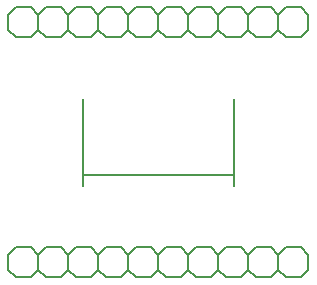
<source format=gto>
G75*
G70*
%OFA0B0*%
%FSLAX24Y24*%
%IPPOS*%
%LPD*%
%AMOC8*
5,1,8,0,0,1.08239X$1,22.5*
%
%ADD10C,0.0080*%
%ADD11C,0.0060*%
D10*
X002806Y003453D02*
X002806Y003817D01*
X007854Y003817D01*
X007854Y003453D01*
X007854Y003817D02*
X007854Y006367D01*
X002806Y006367D02*
X002806Y003817D01*
D11*
X001080Y000410D02*
X000580Y000410D01*
X000330Y000660D01*
X000330Y001160D01*
X000580Y001410D01*
X001080Y001410D01*
X001330Y001160D01*
X001580Y001410D01*
X002080Y001410D01*
X002330Y001160D01*
X002330Y000660D01*
X002080Y000410D01*
X001580Y000410D01*
X001330Y000660D01*
X001080Y000410D01*
X001330Y000660D02*
X001330Y001160D01*
X002330Y001160D02*
X002580Y001410D01*
X003080Y001410D01*
X003330Y001160D01*
X003580Y001410D01*
X004080Y001410D01*
X004330Y001160D01*
X004580Y001410D01*
X005080Y001410D01*
X005330Y001160D01*
X005330Y000660D01*
X005080Y000410D01*
X004580Y000410D01*
X004330Y000660D01*
X004080Y000410D01*
X003580Y000410D01*
X003330Y000660D01*
X003080Y000410D01*
X002580Y000410D01*
X002330Y000660D01*
X003330Y000660D02*
X003330Y001160D01*
X004330Y001160D02*
X004330Y000660D01*
X005330Y000660D02*
X005580Y000410D01*
X006080Y000410D01*
X006330Y000660D01*
X006580Y000410D01*
X007080Y000410D01*
X007330Y000660D01*
X007580Y000410D01*
X008080Y000410D01*
X008330Y000660D01*
X008330Y001160D01*
X008080Y001410D01*
X007580Y001410D01*
X007330Y001160D01*
X007330Y000660D01*
X007330Y001160D02*
X007080Y001410D01*
X006580Y001410D01*
X006330Y001160D01*
X006330Y000660D01*
X006330Y001160D02*
X006080Y001410D01*
X005580Y001410D01*
X005330Y001160D01*
X008330Y001160D02*
X008580Y001410D01*
X009080Y001410D01*
X009330Y001160D01*
X009580Y001410D01*
X010080Y001410D01*
X010330Y001160D01*
X010330Y000660D01*
X010080Y000410D01*
X009580Y000410D01*
X009330Y000660D01*
X009080Y000410D01*
X008580Y000410D01*
X008330Y000660D01*
X009330Y000660D02*
X009330Y001160D01*
X009080Y008410D02*
X008580Y008410D01*
X008330Y008660D01*
X008080Y008410D01*
X007580Y008410D01*
X007330Y008660D01*
X007080Y008410D01*
X006580Y008410D01*
X006330Y008660D01*
X006080Y008410D01*
X005580Y008410D01*
X005330Y008660D01*
X005080Y008410D01*
X004580Y008410D01*
X004330Y008660D01*
X004080Y008410D01*
X003580Y008410D01*
X003330Y008660D01*
X003080Y008410D01*
X002580Y008410D01*
X002330Y008660D01*
X002080Y008410D01*
X001580Y008410D01*
X001330Y008660D01*
X001080Y008410D01*
X000580Y008410D01*
X000330Y008660D01*
X000330Y009160D01*
X000580Y009410D01*
X001080Y009410D01*
X001330Y009160D01*
X001580Y009410D01*
X002080Y009410D01*
X002330Y009160D01*
X002330Y008660D01*
X002330Y009160D02*
X002580Y009410D01*
X003080Y009410D01*
X003330Y009160D01*
X003580Y009410D01*
X004080Y009410D01*
X004330Y009160D01*
X004580Y009410D01*
X005080Y009410D01*
X005330Y009160D01*
X005330Y008660D01*
X005330Y009160D02*
X005580Y009410D01*
X006080Y009410D01*
X006330Y009160D01*
X006580Y009410D01*
X007080Y009410D01*
X007330Y009160D01*
X007580Y009410D01*
X008080Y009410D01*
X008330Y009160D01*
X008330Y008660D01*
X008330Y009160D02*
X008580Y009410D01*
X009080Y009410D01*
X009330Y009160D01*
X009580Y009410D01*
X010080Y009410D01*
X010330Y009160D01*
X010330Y008660D01*
X010080Y008410D01*
X009580Y008410D01*
X009330Y008660D01*
X009080Y008410D01*
X009330Y008660D02*
X009330Y009160D01*
X007330Y009160D02*
X007330Y008660D01*
X006330Y008660D02*
X006330Y009160D01*
X004330Y009160D02*
X004330Y008660D01*
X003330Y008660D02*
X003330Y009160D01*
X001330Y009160D02*
X001330Y008660D01*
M02*

</source>
